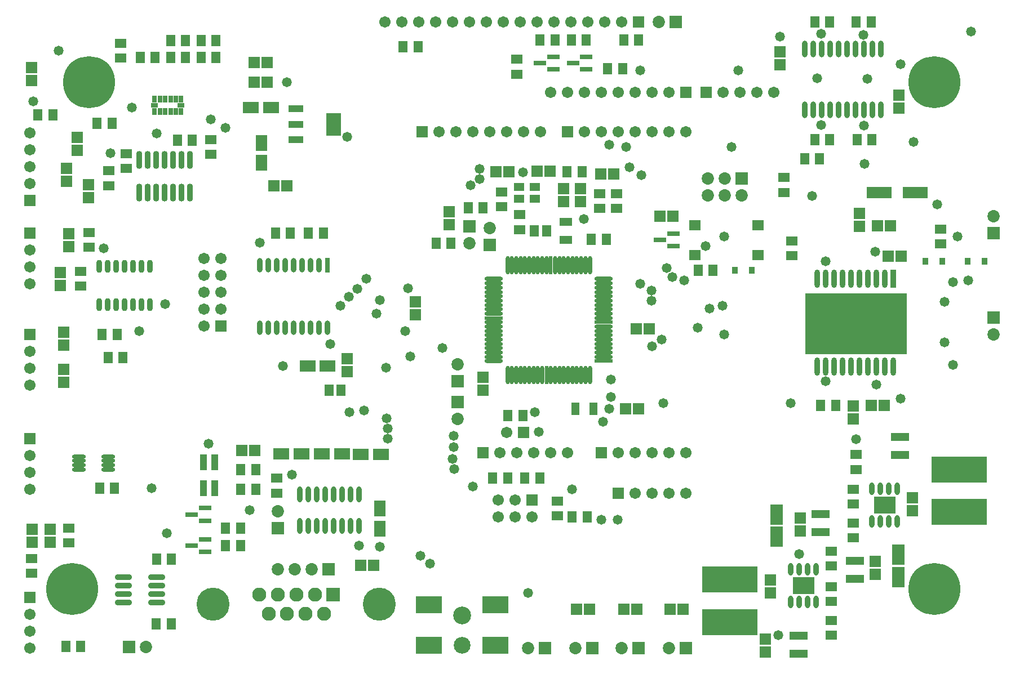
<source format=gts>
G04 Layer_Color=8388736*
%FSLAX25Y25*%
%MOIN*%
G70*
G01*
G75*
%ADD97O,0.02400X0.10800*%
%ADD98R,0.02400X0.10800*%
%ADD99O,0.10800X0.02400*%
%ADD100R,0.10800X0.02400*%
%ADD101O,0.03556X0.07690*%
%ADD102R,0.59855X0.36233*%
%ADD103O,0.03300X0.10800*%
%ADD104R,0.03300X0.10800*%
%ADD105R,0.03162X0.08674*%
%ADD106O,0.03162X0.08674*%
%ADD107O,0.10249X0.03556*%
%ADD108R,0.07099X0.06706*%
%ADD109R,0.05721X0.06509*%
%ADD110R,0.06509X0.05721*%
%ADD111R,0.09068X0.04343*%
%ADD112R,0.09068X0.13398*%
%ADD113O,0.03556X0.10642*%
%ADD114R,0.03162X0.04343*%
%ADD115R,0.04343X0.03162*%
%ADD116R,0.07493X0.03162*%
%ADD117R,0.13005X0.10288*%
%ADD118O,0.03162X0.07493*%
%ADD119O,0.03162X0.09855*%
%ADD120R,0.06902X0.05918*%
%ADD121O,0.03162X0.09461*%
%ADD122O,0.08083X0.02572*%
%ADD123R,0.33083X0.15367*%
%ADD124R,0.07493X0.12217*%
%ADD125R,0.03300X0.04100*%
%ADD126R,0.06706X0.07099*%
%ADD127R,0.11036X0.05131*%
%ADD128R,0.07099X0.09461*%
%ADD129R,0.09461X0.07099*%
%ADD130R,0.14579X0.07099*%
%ADD131R,0.05328X0.06509*%
%ADD132R,0.07493X0.05131*%
%ADD133R,0.05131X0.07493*%
%ADD134R,0.05918X0.05131*%
%ADD135R,0.03950X0.09461*%
%ADD136R,0.15761X0.10249*%
%ADD137C,0.06706*%
%ADD138R,0.06706X0.06706*%
%ADD139C,0.07300*%
%ADD140R,0.07300X0.07300*%
%ADD141R,0.06706X0.06706*%
%ADD142C,0.30800*%
%ADD143R,0.07300X0.07300*%
%ADD144C,0.08300*%
%ADD145R,0.08300X0.08300*%
%ADD146C,0.19540*%
%ADD147C,0.10580*%
%ADD148C,0.09893*%
%ADD149C,0.05800*%
D97*
X346061Y176438D02*
D03*
X343501D02*
D03*
X340941D02*
D03*
X338381D02*
D03*
X335821D02*
D03*
X333261D02*
D03*
X330701D02*
D03*
X328141D02*
D03*
X325581D02*
D03*
X323021D02*
D03*
X317901D02*
D03*
X315341D02*
D03*
X312781D02*
D03*
X310221D02*
D03*
X307661D02*
D03*
X305101D02*
D03*
X302541D02*
D03*
X299981D02*
D03*
X297421D02*
D03*
Y241678D02*
D03*
X299981D02*
D03*
X302541D02*
D03*
X305101D02*
D03*
X307661D02*
D03*
X310221D02*
D03*
X312781D02*
D03*
X315341D02*
D03*
X317901D02*
D03*
X320461D02*
D03*
X325581D02*
D03*
X328141D02*
D03*
X330701D02*
D03*
X333261D02*
D03*
X335821D02*
D03*
X338381D02*
D03*
X340941D02*
D03*
X343501D02*
D03*
X346061D02*
D03*
D98*
X320461Y176438D02*
D03*
X323021Y241678D02*
D03*
D99*
X289121Y184738D02*
D03*
Y187298D02*
D03*
Y189858D02*
D03*
Y192418D02*
D03*
Y194978D02*
D03*
Y197538D02*
D03*
Y200098D02*
D03*
Y202658D02*
D03*
Y205218D02*
D03*
Y207778D02*
D03*
Y212898D02*
D03*
Y215458D02*
D03*
Y218018D02*
D03*
Y220578D02*
D03*
Y223138D02*
D03*
Y225698D02*
D03*
Y228258D02*
D03*
Y230818D02*
D03*
Y233378D02*
D03*
X354361D02*
D03*
Y230818D02*
D03*
Y228258D02*
D03*
Y225698D02*
D03*
Y223138D02*
D03*
Y220578D02*
D03*
Y218018D02*
D03*
Y215458D02*
D03*
Y212898D02*
D03*
Y210338D02*
D03*
Y205218D02*
D03*
Y202658D02*
D03*
Y200098D02*
D03*
Y197538D02*
D03*
Y194978D02*
D03*
Y192418D02*
D03*
Y189858D02*
D03*
Y187298D02*
D03*
D100*
X289121Y210338D02*
D03*
X354361Y207778D02*
D03*
Y184738D02*
D03*
D101*
X86000Y240721D02*
D03*
X81000D02*
D03*
X76000D02*
D03*
X71000D02*
D03*
X66000D02*
D03*
X61000D02*
D03*
X56000D02*
D03*
X86000Y218280D02*
D03*
X81000D02*
D03*
X76000D02*
D03*
X71000D02*
D03*
X66000D02*
D03*
X61000D02*
D03*
X56000D02*
D03*
D102*
X503500Y207000D02*
D03*
D103*
X525500Y181415D02*
D03*
X520500D02*
D03*
X515500D02*
D03*
X510500D02*
D03*
X505500D02*
D03*
X500500D02*
D03*
X495500D02*
D03*
X490500D02*
D03*
X485500D02*
D03*
X480500D02*
D03*
Y233500D02*
D03*
X485500D02*
D03*
X490500D02*
D03*
X495500D02*
D03*
X500500D02*
D03*
X505500D02*
D03*
X510500D02*
D03*
X515500D02*
D03*
X520500D02*
D03*
D104*
X525500D02*
D03*
D105*
X191000Y241508D02*
D03*
D106*
X186000D02*
D03*
X181000D02*
D03*
X176000D02*
D03*
X171000D02*
D03*
X166000D02*
D03*
X161000D02*
D03*
X156000D02*
D03*
X151000D02*
D03*
X191000Y204500D02*
D03*
X186000D02*
D03*
X181000D02*
D03*
X176000D02*
D03*
X171000D02*
D03*
X166000D02*
D03*
X161000D02*
D03*
X156000D02*
D03*
X151000D02*
D03*
D107*
X70256Y57000D02*
D03*
Y52000D02*
D03*
Y47000D02*
D03*
Y42000D02*
D03*
X89744Y57000D02*
D03*
Y52000D02*
D03*
Y47000D02*
D03*
Y42000D02*
D03*
D108*
X16000Y358484D02*
D03*
Y350807D02*
D03*
X202500Y186339D02*
D03*
Y178661D02*
D03*
X453000Y55339D02*
D03*
Y47661D02*
D03*
X537000Y96260D02*
D03*
Y103937D02*
D03*
X470500Y84091D02*
D03*
Y91768D02*
D03*
X515000Y66339D02*
D03*
Y58661D02*
D03*
X502000Y150661D02*
D03*
Y158339D02*
D03*
X529000Y334661D02*
D03*
Y342339D02*
D03*
X458677Y360236D02*
D03*
Y367913D02*
D03*
X283000Y167661D02*
D03*
Y175339D02*
D03*
X263000Y265661D02*
D03*
Y273339D02*
D03*
X450000Y12661D02*
D03*
Y20339D02*
D03*
X330500Y279161D02*
D03*
Y286839D02*
D03*
X340500Y279161D02*
D03*
Y286839D02*
D03*
X16244Y85339D02*
D03*
Y77661D02*
D03*
X26744Y85339D02*
D03*
Y77661D02*
D03*
X49500Y289339D02*
D03*
Y281661D02*
D03*
X36500Y298839D02*
D03*
Y291161D02*
D03*
X43000Y309661D02*
D03*
Y317339D02*
D03*
X243000Y212161D02*
D03*
Y219839D02*
D03*
X38000Y260339D02*
D03*
Y252661D02*
D03*
X35000Y201839D02*
D03*
Y194161D02*
D03*
X33000Y237339D02*
D03*
Y229661D02*
D03*
X35000Y179839D02*
D03*
Y172161D02*
D03*
X505500Y264661D02*
D03*
Y272339D02*
D03*
D109*
X473071Y304552D02*
D03*
X481929D02*
D03*
X365429Y358000D02*
D03*
X356571D02*
D03*
X325492Y374740D02*
D03*
X316634D02*
D03*
X335134D02*
D03*
X343992D02*
D03*
X491429Y158500D02*
D03*
X482571D02*
D03*
X487929Y385500D02*
D03*
X479071D02*
D03*
X504071Y316000D02*
D03*
X512929D02*
D03*
X503571Y385500D02*
D03*
X512429D02*
D03*
X487929Y316000D02*
D03*
X479071D02*
D03*
X366071Y375000D02*
D03*
X374929D02*
D03*
X139571Y120500D02*
D03*
X148429D02*
D03*
X130571Y75500D02*
D03*
X139429D02*
D03*
X139429Y86000D02*
D03*
X130571D02*
D03*
X148429Y109000D02*
D03*
X139571D02*
D03*
X263929Y254500D02*
D03*
X255071D02*
D03*
X410071Y238500D02*
D03*
X418929D02*
D03*
X282929Y275500D02*
D03*
X274071D02*
D03*
X297429Y115500D02*
D03*
X288571D02*
D03*
X316429D02*
D03*
X307571D02*
D03*
X344429Y92500D02*
D03*
X335571D02*
D03*
X346932Y256738D02*
D03*
X355790D02*
D03*
X306429Y152500D02*
D03*
X297571D02*
D03*
X341429Y297000D02*
D03*
X332571D02*
D03*
X64929Y109500D02*
D03*
X56071D02*
D03*
X36071Y16000D02*
D03*
X44929D02*
D03*
X98429Y29250D02*
D03*
X89571D02*
D03*
X89815Y67500D02*
D03*
X98673D02*
D03*
X106929Y364646D02*
D03*
X98071D02*
D03*
X63429Y325500D02*
D03*
X54571D02*
D03*
X102071Y315500D02*
D03*
X110929D02*
D03*
X19571Y330500D02*
D03*
X28429D02*
D03*
X124929Y364646D02*
D03*
X116071D02*
D03*
X124929Y374646D02*
D03*
X116071D02*
D03*
X88929Y364500D02*
D03*
X80071D02*
D03*
X98071Y374646D02*
D03*
X106929D02*
D03*
X66429Y200500D02*
D03*
X57571D02*
D03*
X244429Y371000D02*
D03*
X235571D02*
D03*
X61071Y187000D02*
D03*
X69929D02*
D03*
X160071Y260508D02*
D03*
X168929D02*
D03*
X188429D02*
D03*
X179571D02*
D03*
D110*
X50000Y252071D02*
D03*
Y260929D02*
D03*
X303000Y354571D02*
D03*
Y363429D02*
D03*
X489000Y63500D02*
D03*
Y72358D02*
D03*
X502000Y88929D02*
D03*
Y80071D02*
D03*
X489000Y31358D02*
D03*
Y22500D02*
D03*
X503500Y120669D02*
D03*
Y129528D02*
D03*
X489000Y42500D02*
D03*
Y51358D02*
D03*
X502000Y108929D02*
D03*
Y100071D02*
D03*
X161000Y115429D02*
D03*
Y106571D02*
D03*
X461000Y284571D02*
D03*
Y293429D02*
D03*
X294000Y276071D02*
D03*
Y284929D02*
D03*
X327000Y101929D02*
D03*
Y93071D02*
D03*
X304500Y271429D02*
D03*
Y262571D02*
D03*
X16000Y67929D02*
D03*
Y59071D02*
D03*
X38000Y77071D02*
D03*
Y85929D02*
D03*
X122000Y315929D02*
D03*
Y307071D02*
D03*
X72000Y307575D02*
D03*
Y298716D02*
D03*
X61500Y288571D02*
D03*
Y297429D02*
D03*
X68500Y372929D02*
D03*
Y364071D02*
D03*
X362000Y283929D02*
D03*
Y275071D02*
D03*
X352000Y283929D02*
D03*
Y275071D02*
D03*
X45000Y229071D02*
D03*
Y237929D02*
D03*
X553500Y254071D02*
D03*
Y262929D02*
D03*
X465500Y255929D02*
D03*
Y247071D02*
D03*
D111*
X172153Y334055D02*
D03*
Y325000D02*
D03*
Y315945D02*
D03*
D112*
X194595Y325000D02*
D03*
D113*
X79500Y284500D02*
D03*
X84500D02*
D03*
X89500D02*
D03*
X94500D02*
D03*
X99500D02*
D03*
X104500D02*
D03*
X109500D02*
D03*
X79500Y303791D02*
D03*
X84500D02*
D03*
X89500D02*
D03*
X94500D02*
D03*
X99500D02*
D03*
X104500D02*
D03*
X109500D02*
D03*
D114*
X104374Y339886D02*
D03*
X101224D02*
D03*
X98075D02*
D03*
X94925D02*
D03*
X91776D02*
D03*
X88626D02*
D03*
Y332405D02*
D03*
X91776D02*
D03*
X94925D02*
D03*
X98075D02*
D03*
X101224D02*
D03*
X104374D02*
D03*
D115*
X88626Y336146D02*
D03*
X104374D02*
D03*
D116*
X118437Y71760D02*
D03*
Y79240D02*
D03*
X110563Y75500D02*
D03*
X118437Y90260D02*
D03*
Y97740D02*
D03*
X110563Y94000D02*
D03*
X324500Y357500D02*
D03*
Y364980D02*
D03*
X316626Y361240D02*
D03*
X344000Y357500D02*
D03*
Y364980D02*
D03*
X336126Y361240D02*
D03*
X395437Y252760D02*
D03*
Y260240D02*
D03*
X387563Y256500D02*
D03*
D117*
X472500Y51929D02*
D03*
X520405Y99598D02*
D03*
D118*
X480000Y61575D02*
D03*
X475000D02*
D03*
X470000D02*
D03*
X465000D02*
D03*
X480000Y42283D02*
D03*
X475000D02*
D03*
X470000D02*
D03*
X465000D02*
D03*
X512906Y89953D02*
D03*
X517906D02*
D03*
X522905D02*
D03*
X527906D02*
D03*
X512906Y109244D02*
D03*
X517906D02*
D03*
X522905D02*
D03*
X527906D02*
D03*
D119*
X518177Y369413D02*
D03*
X513177D02*
D03*
X508177D02*
D03*
X503177D02*
D03*
X498177D02*
D03*
X493177D02*
D03*
X488177D02*
D03*
X483177D02*
D03*
X478177D02*
D03*
X473177D02*
D03*
X518177Y333587D02*
D03*
X513177D02*
D03*
X508177D02*
D03*
X503177D02*
D03*
X498177D02*
D03*
X493177D02*
D03*
X488177D02*
D03*
X483177D02*
D03*
X478177D02*
D03*
X473177D02*
D03*
D120*
X408299Y265358D02*
D03*
X445701D02*
D03*
X408299Y247642D02*
D03*
X445701D02*
D03*
D121*
X209500Y105949D02*
D03*
X204500D02*
D03*
X199500D02*
D03*
X194500D02*
D03*
X189500D02*
D03*
X184500D02*
D03*
X179500D02*
D03*
X174500D02*
D03*
X209500Y87051D02*
D03*
X204500D02*
D03*
X199500D02*
D03*
X194500D02*
D03*
X189500D02*
D03*
X184500D02*
D03*
X179500D02*
D03*
X174500D02*
D03*
D122*
X43839Y128339D02*
D03*
Y125779D02*
D03*
Y123221D02*
D03*
Y120661D02*
D03*
X61161Y128339D02*
D03*
Y125779D02*
D03*
Y123221D02*
D03*
Y120661D02*
D03*
D123*
X429000Y55528D02*
D03*
Y30331D02*
D03*
X564500Y95500D02*
D03*
Y120697D02*
D03*
D124*
X456500Y94024D02*
D03*
Y80835D02*
D03*
X528500Y56906D02*
D03*
Y70095D02*
D03*
D125*
X579475Y244000D02*
D03*
X569525D02*
D03*
X441975Y238500D02*
D03*
X432025D02*
D03*
X554475Y244000D02*
D03*
X544525D02*
D03*
D126*
X147661Y361500D02*
D03*
X155339D02*
D03*
X147661Y350000D02*
D03*
X155339D02*
D03*
X520339Y158500D02*
D03*
X512661D02*
D03*
X530339Y247000D02*
D03*
X522661D02*
D03*
X147839Y132000D02*
D03*
X140161D02*
D03*
X298339Y297000D02*
D03*
X290661D02*
D03*
X159161Y288500D02*
D03*
X166839D02*
D03*
X218339Y64000D02*
D03*
X210661D02*
D03*
X374839Y156500D02*
D03*
X367161D02*
D03*
X395339Y270500D02*
D03*
X387661D02*
D03*
X315022Y297238D02*
D03*
X322700D02*
D03*
X373661Y204000D02*
D03*
X381339D02*
D03*
X360339Y295500D02*
D03*
X352661D02*
D03*
X523839Y265000D02*
D03*
X516161D02*
D03*
X338161Y38000D02*
D03*
X345839D02*
D03*
X393661D02*
D03*
X401339D02*
D03*
X366161D02*
D03*
X373839D02*
D03*
D127*
X469500Y22244D02*
D03*
Y11614D02*
D03*
X529500Y129283D02*
D03*
Y139913D02*
D03*
X482500Y94244D02*
D03*
Y83614D02*
D03*
X503000Y55783D02*
D03*
Y66413D02*
D03*
D128*
X152000Y313906D02*
D03*
Y302095D02*
D03*
X222000Y97405D02*
D03*
Y85594D02*
D03*
D129*
X145595Y335000D02*
D03*
X157405D02*
D03*
X163594Y130000D02*
D03*
X175406D02*
D03*
X199406D02*
D03*
X187594D02*
D03*
X222406Y129500D02*
D03*
X210595D02*
D03*
X190905Y182000D02*
D03*
X179095D02*
D03*
D130*
X538630Y284500D02*
D03*
X517370D02*
D03*
D131*
X199043Y167500D02*
D03*
X191957D02*
D03*
X320404Y261738D02*
D03*
X313318D02*
D03*
D132*
X332000Y267315D02*
D03*
Y256685D02*
D03*
D133*
X337685Y156500D02*
D03*
X348315D02*
D03*
D134*
X304361Y280738D02*
D03*
X313416D02*
D03*
Y287824D02*
D03*
X304361D02*
D03*
D135*
X124193Y109500D02*
D03*
X117500D02*
D03*
X124193Y125000D02*
D03*
X117500D02*
D03*
D136*
X290185Y40516D02*
D03*
X250815D02*
D03*
X290185Y16500D02*
D03*
X250815D02*
D03*
D137*
X118000Y245500D02*
D03*
X128000D02*
D03*
X118000Y235500D02*
D03*
X128000D02*
D03*
X118000Y225500D02*
D03*
X128000D02*
D03*
X118000Y215500D02*
D03*
X128000D02*
D03*
X118000Y205500D02*
D03*
X292000Y92500D02*
D03*
Y102500D02*
D03*
X302000Y92500D02*
D03*
Y102500D02*
D03*
X312000Y92500D02*
D03*
X365000Y385500D02*
D03*
X355000D02*
D03*
X345000D02*
D03*
X335000D02*
D03*
X325000D02*
D03*
X315000D02*
D03*
X305000D02*
D03*
X295000D02*
D03*
X285000D02*
D03*
X275000D02*
D03*
X265000D02*
D03*
X255000D02*
D03*
X245000D02*
D03*
X235000D02*
D03*
X225000D02*
D03*
X383000Y344000D02*
D03*
X373000D02*
D03*
X363000D02*
D03*
X353000D02*
D03*
X343000D02*
D03*
X333000D02*
D03*
X323000D02*
D03*
X393000D02*
D03*
X15000Y15000D02*
D03*
Y25000D02*
D03*
Y35000D02*
D03*
Y320000D02*
D03*
Y310000D02*
D03*
Y300000D02*
D03*
Y290000D02*
D03*
Y109000D02*
D03*
Y119000D02*
D03*
Y129000D02*
D03*
X257000Y320500D02*
D03*
X267000D02*
D03*
X277000D02*
D03*
X287000D02*
D03*
X297000D02*
D03*
X307000D02*
D03*
X317000D02*
D03*
X297000Y142500D02*
D03*
X15000Y170500D02*
D03*
Y180500D02*
D03*
Y190500D02*
D03*
Y230500D02*
D03*
Y240500D02*
D03*
Y250500D02*
D03*
X343000Y320500D02*
D03*
X353000D02*
D03*
X363000D02*
D03*
X373000D02*
D03*
X383000D02*
D03*
X393000D02*
D03*
X403000D02*
D03*
X363000Y130500D02*
D03*
X373000D02*
D03*
X383000D02*
D03*
X393000D02*
D03*
X403000D02*
D03*
X333000D02*
D03*
X323000D02*
D03*
X313000D02*
D03*
X303000D02*
D03*
X293000D02*
D03*
X373000Y106500D02*
D03*
X383000D02*
D03*
X393000D02*
D03*
X403000D02*
D03*
X425000Y344000D02*
D03*
X435000D02*
D03*
X445000D02*
D03*
X455000D02*
D03*
D138*
X128000Y205500D02*
D03*
X15000Y45000D02*
D03*
Y280000D02*
D03*
Y139000D02*
D03*
Y200500D02*
D03*
Y260500D02*
D03*
D139*
X416000Y283000D02*
D03*
Y293000D02*
D03*
X426000Y283000D02*
D03*
Y293000D02*
D03*
X436000Y283000D02*
D03*
X393000Y15000D02*
D03*
X365000D02*
D03*
X337500D02*
D03*
X181500Y61500D02*
D03*
X171500D02*
D03*
X161500D02*
D03*
X83500Y15500D02*
D03*
X268000Y150500D02*
D03*
X309500Y15000D02*
D03*
X387000Y385500D02*
D03*
X275000Y254500D02*
D03*
X287000Y263500D02*
D03*
X161500Y96000D02*
D03*
X268000Y183000D02*
D03*
X585000Y270500D02*
D03*
Y200500D02*
D03*
D140*
X436000Y293000D02*
D03*
X403000Y15000D02*
D03*
X375000D02*
D03*
X347500D02*
D03*
X191500Y61500D02*
D03*
X73500Y15500D02*
D03*
X319500Y15000D02*
D03*
X397000Y385500D02*
D03*
D141*
X312000Y102500D02*
D03*
X375000Y385500D02*
D03*
X403000Y344000D02*
D03*
X247000Y320500D02*
D03*
X307000Y142500D02*
D03*
X333000Y320500D02*
D03*
X353000Y130500D02*
D03*
X283000D02*
D03*
X363000Y106500D02*
D03*
X415000Y344000D02*
D03*
D142*
X40000Y50000D02*
D03*
X50000Y350000D02*
D03*
X550000Y50000D02*
D03*
Y350000D02*
D03*
D143*
X268000Y160500D02*
D03*
X275000Y264500D02*
D03*
X287000Y253500D02*
D03*
X161500Y86000D02*
D03*
X268000Y173000D02*
D03*
X585000Y260500D02*
D03*
Y210500D02*
D03*
D144*
X150689Y46492D02*
D03*
X156142Y35311D02*
D03*
X161594Y46492D02*
D03*
X167047Y35311D02*
D03*
X172500Y46492D02*
D03*
X177953Y35311D02*
D03*
X183405Y46492D02*
D03*
X188858Y35311D02*
D03*
D145*
X194311Y46492D02*
D03*
D146*
X221693Y40902D02*
D03*
X123307D02*
D03*
D147*
X270500Y34216D02*
D03*
D148*
Y16500D02*
D03*
D149*
X472000Y52000D02*
D03*
X520405Y99598D02*
D03*
X477500Y282500D02*
D03*
X505500Y192500D02*
D03*
X504500Y221000D02*
D03*
X492500Y206000D02*
D03*
X517500D02*
D03*
X529500Y192500D02*
D03*
X529000Y220500D02*
D03*
X477500Y193000D02*
D03*
Y221000D02*
D03*
X561000Y182500D02*
D03*
Y231500D02*
D03*
X570000Y232500D02*
D03*
X376500Y295000D02*
D03*
X342500Y269000D02*
D03*
X251500Y65000D02*
D03*
X246000Y69500D02*
D03*
X530000Y360500D02*
D03*
X309500Y47500D02*
D03*
X508500Y301500D02*
D03*
X483000Y324500D02*
D03*
X508177Y324177D02*
D03*
X537500Y314500D02*
D03*
X457500Y22500D02*
D03*
X220000Y213000D02*
D03*
X222000Y221000D02*
D03*
X238500Y228000D02*
D03*
X259000Y192500D02*
D03*
X266000Y121000D02*
D03*
X265000Y127000D02*
D03*
X313500Y154500D02*
D03*
X316000Y143000D02*
D03*
X335500Y109000D02*
D03*
X265500Y134000D02*
D03*
X277000Y110500D02*
D03*
X265500Y140500D02*
D03*
X226500Y139000D02*
D03*
Y145000D02*
D03*
X357500Y156500D02*
D03*
X275500Y289000D02*
D03*
X281000Y298500D02*
D03*
Y292500D02*
D03*
X369500Y299500D02*
D03*
X145000Y96500D02*
D03*
X470000Y70500D02*
D03*
X32000Y368500D02*
D03*
X122000Y328000D02*
D03*
X353000Y91000D02*
D03*
X362500D02*
D03*
X17000Y338500D02*
D03*
X551500Y277500D02*
D03*
X458677Y377000D02*
D03*
X202500Y317500D02*
D03*
X358500Y163500D02*
D03*
X395000Y234500D02*
D03*
X391500Y240000D02*
D03*
X382500Y220500D02*
D03*
X402000Y232500D02*
D03*
X95000Y218500D02*
D03*
X240000Y187500D02*
D03*
X226000Y151000D02*
D03*
X222000Y75000D02*
D03*
X209500Y75500D02*
D03*
X389500Y160000D02*
D03*
X376000Y357000D02*
D03*
X79500Y202500D02*
D03*
X508000Y378000D02*
D03*
X75276Y334921D02*
D03*
X130500Y323000D02*
D03*
X62500Y308000D02*
D03*
X480677Y352252D02*
D03*
X510177Y351752D02*
D03*
X58429Y251571D02*
D03*
X483000Y378500D02*
D03*
X515500Y171000D02*
D03*
X430000Y311500D02*
D03*
X382500Y226500D02*
D03*
X376000Y230500D02*
D03*
X417000Y216000D02*
D03*
X358500Y174000D02*
D03*
X410000Y204500D02*
D03*
X425500Y200500D02*
D03*
X414500Y253000D02*
D03*
X424500Y217500D02*
D03*
X367453Y311453D02*
D03*
X465000Y160000D02*
D03*
X151000Y255008D02*
D03*
X90000Y319500D02*
D03*
X530000Y162500D02*
D03*
X503500Y138500D02*
D03*
X170000Y117500D02*
D03*
X388500Y197500D02*
D03*
X383000Y193500D02*
D03*
X204000Y154500D02*
D03*
X212500Y155500D02*
D03*
X164500Y182000D02*
D03*
X198500Y217500D02*
D03*
X208500Y227500D02*
D03*
X225500Y181000D02*
D03*
X192500Y195000D02*
D03*
X167000Y350000D02*
D03*
X237000Y202500D02*
D03*
X306500Y296500D02*
D03*
X556000Y196000D02*
D03*
Y220000D02*
D03*
X354000Y149000D02*
D03*
X96000Y83000D02*
D03*
X214000Y233500D02*
D03*
X120500Y136000D02*
D03*
X87000Y109500D02*
D03*
X571500Y380000D02*
D03*
X357500Y313000D02*
D03*
X485500Y244000D02*
D03*
Y173000D02*
D03*
X515000Y249500D02*
D03*
X563500Y258500D02*
D03*
X434000Y357000D02*
D03*
X425500Y258500D02*
D03*
X203500Y223000D02*
D03*
M02*

</source>
